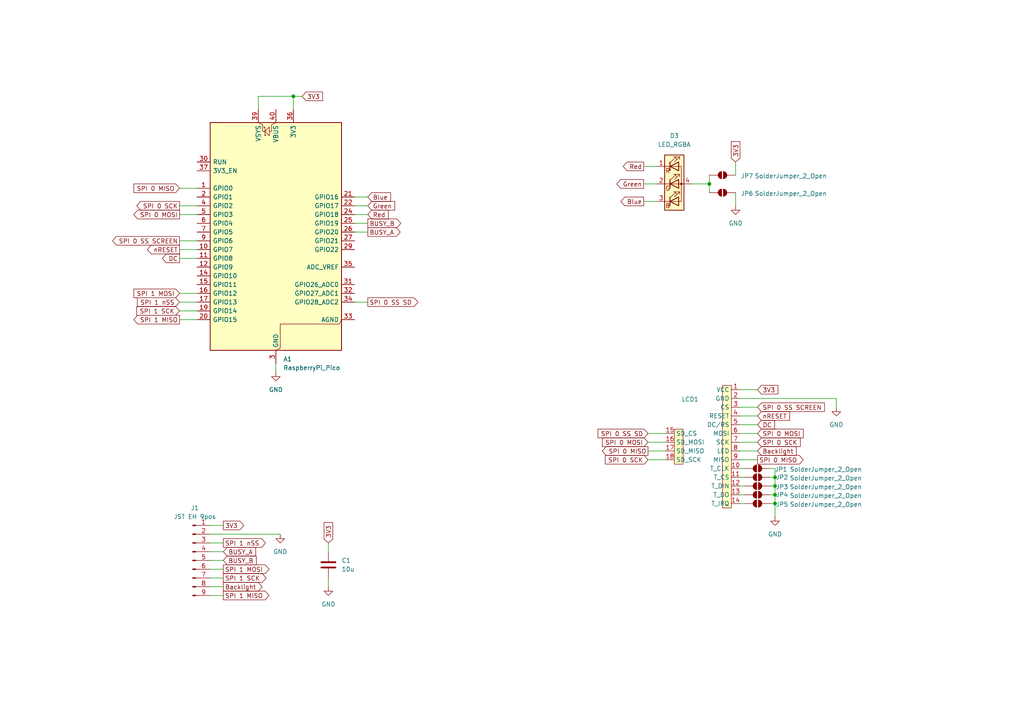
<source format=kicad_sch>
(kicad_sch (version 20250114) (generator "eeschema") (generator_version "9.0")
  (paper "A4")
  (lib_symbols
    (symbol "Connector:Conn_01x09_Pin" (pin_names (offset 1.016) (hide yes))
      (property "Reference" "J" (at 0 12.7 0))
      (property "Value" "Conn_01x09_Pin" (at 0 -12.7 0))
      (symbol "Conn_01x09_Pin_1_1"
        (rectangle (start 0.8636 10.287) (end 0 10.033) (stroke (width 0.1524)) (fill (type outline)))
        (rectangle (start 0.8636 7.747) (end 0 7.493) (stroke (width 0.1524)) (fill (type outline)))
        (rectangle (start 0.8636 5.207) (end 0 4.953) (stroke (width 0.1524)) (fill (type outline)))
        (rectangle (start 0.8636 2.667) (end 0 2.413) (stroke (width 0.1524)) (fill (type outline)))
        (rectangle (start 0.8636 0.127) (end 0 -0.127) (stroke (width 0.1524)) (fill (type outline)))
        (rectangle (start 0.8636 -2.413) (end 0 -2.667) (stroke (width 0.1524)) (fill (type outline)))
        (rectangle (start 0.8636 -4.953) (end 0 -5.207) (stroke (width 0.1524)) (fill (type outline)))
        (rectangle (start 0.8636 -7.493) (end 0 -7.747) (stroke (width 0.1524)) (fill (type outline)))
        (rectangle (start 0.8636 -10.033) (end 0 -10.287) (stroke (width 0.1524)) (fill (type outline)))
        (polyline (pts (xy 1.27 10.16) (xy 0.8636 10.16)) (stroke (width 0.1524)))
        (polyline (pts (xy 1.27 7.62) (xy 0.8636 7.62)) (stroke (width 0.1524)))
        (polyline (pts (xy 1.27 5.08) (xy 0.8636 5.08)) (stroke (width 0.1524)))
        (polyline (pts (xy 1.27 2.54) (xy 0.8636 2.54)) (stroke (width 0.1524)))
        (polyline (pts (xy 1.27 0) (xy 0.8636 0)) (stroke (width 0.1524)))
        (polyline (pts (xy 1.27 -2.54) (xy 0.8636 -2.54)) (stroke (width 0.1524)))
        (polyline (pts (xy 1.27 -5.08) (xy 0.8636 -5.08)) (stroke (width 0.1524)))
        (polyline (pts (xy 1.27 -7.62) (xy 0.8636 -7.62)) (stroke (width 0.1524)))
        (polyline (pts (xy 1.27 -10.16) (xy 0.8636 -10.16)) (stroke (width 0.1524)))
        (pin passive line (at 5.08 10.16 180) (length 3.81) (name "Pin_1") (number "1"))
        (pin passive line (at 5.08 7.62 180) (length 3.81) (name "Pin_2") (number "2"))
        (pin passive line (at 5.08 5.08 180) (length 3.81) (name "Pin_3") (number "3"))
        (pin passive line (at 5.08 2.54 180) (length 3.81) (name "Pin_4") (number "4"))
        (pin passive line (at 5.08 0 180) (length 3.81) (name "Pin_5") (number "5"))
        (pin passive line (at 5.08 -2.54 180) (length 3.81) (name "Pin_6") (number "6"))
        (pin passive line (at 5.08 -5.08 180) (length 3.81) (name "Pin_7") (number "7"))
        (pin passive line (at 5.08 -7.62 180) (length 3.81) (name "Pin_8") (number "8"))
        (pin passive line (at 5.08 -10.16 180) (length 3.81) (name "Pin_9") (number "9"))
      )
    )
    (symbol "Device:C" (pin_numbers (hide yes)) (pin_names (offset 0.254))
      (property "Reference" "C" (at 0.635 2.54 0))
      (property "Value" "C" (at 0.635 -2.54 0))
      (symbol "C_0_1"
        (polyline (pts (xy -2.032 0.762) (xy 2.032 0.762)) (stroke (width 0.508)))
        (polyline (pts (xy -2.032 -0.762) (xy 2.032 -0.762)) (stroke (width 0.508)))
      )
      (symbol "C_1_1"
        (pin passive line (at 0 3.81 270) (length 2.794) (name "~") (number "1"))
        (pin passive line (at 0 -3.81 90) (length 2.794) (name "~") (number "2"))
      )
    )
    (symbol "Device:LED_RGBA" (pin_names (offset 0) (hide yes))
      (property "Reference" "D" (at 0 9.398 0))
      (property "Value" "LED_RGBA" (at 0 -8.89 0))
      (symbol "LED_RGBA_0_0"
        (text "R" (at -1.905 3.81 0) (effects (font (size 1.27 1.27))))
        (text "G" (at -1.905 -1.27 0) (effects (font (size 1.27 1.27))))
        (text "B" (at -1.905 -6.35 0) (effects (font (size 1.27 1.27))))
      )
      (symbol "LED_RGBA_0_1"
        (polyline (pts (xy -1.27 6.35) (xy -1.27 3.81)) (stroke (width 0.254)))
        (polyline (pts (xy -1.27 6.35) (xy -1.27 3.81) (xy -1.27 3.81)))
        (polyline (pts (xy -1.27 5.08) (xy -2.54 5.08)))
        (polyline (pts (xy -1.27 5.08) (xy 1.27 5.08)))
        (polyline (pts (xy -1.27 1.27) (xy -1.27 -1.27)) (stroke (width 0.254)))
        (polyline (pts (xy -1.27 1.27) (xy -1.27 -1.27) (xy -1.27 -1.27)))
        (polyline (pts (xy -1.27 0) (xy -2.54 0)))
        (polyline (pts (xy -1.27 -3.81) (xy -1.27 -6.35)) (stroke (width 0.254)))
        (polyline (pts (xy -1.27 -5.08) (xy -2.54 -5.08)))
        (polyline (pts (xy -1.27 -5.08) (xy 1.27 -5.08)))
        (polyline (pts (xy -1.016 6.35) (xy 0.508 7.874) (xy -0.254 7.874) (xy 0.508 7.874) (xy 0.508 7.112)))
        (polyline (pts (xy -1.016 1.27) (xy 0.508 2.794) (xy -0.254 2.794) (xy 0.508 2.794) (xy 0.508 2.032)))
        (polyline (pts (xy -1.016 -3.81) (xy 0.508 -2.286) (xy -0.254 -2.286) (xy 0.508 -2.286) (xy 0.508 -3.048)))
        (polyline (pts (xy 0 6.35) (xy 1.524 7.874) (xy 0.762 7.874) (xy 1.524 7.874) (xy 1.524 7.112)))
        (polyline (pts (xy 0 1.27) (xy 1.524 2.794) (xy 0.762 2.794) (xy 1.524 2.794) (xy 1.524 2.032)))
        (polyline (pts (xy 0 -3.81) (xy 1.524 -2.286) (xy 0.762 -2.286) (xy 1.524 -2.286) (xy 1.524 -3.048)))
        (polyline (pts (xy 1.27 6.35) (xy 1.27 3.81) (xy -1.27 5.08) (xy 1.27 6.35)) (stroke (width 0.254)))
        (rectangle (start 1.27 6.35) (end 1.27 6.35))
        (rectangle (start 1.27 3.81) (end 1.27 6.35))
        (polyline (pts (xy 1.27 1.27) (xy 1.27 -1.27) (xy -1.27 0) (xy 1.27 1.27)) (stroke (width 0.254)))
        (rectangle (start 1.27 1.27) (end 1.27 1.27))
        (polyline (pts (xy 1.27 0) (xy -1.27 0)))
        (polyline (pts (xy 1.27 0) (xy 2.54 0)))
        (rectangle (start 1.27 -1.27) (end 1.27 1.27))
        (polyline (pts (xy 1.27 -3.81) (xy 1.27 -6.35) (xy -1.27 -5.08) (xy 1.27 -3.81)) (stroke (width 0.254)))
        (polyline (pts (xy 1.27 -5.08) (xy 2.032 -5.08) (xy 2.032 5.08) (xy 1.27 5.08)))
        (circle (center 2.032 0) (radius 0.254) (fill (type outline)))
        (rectangle (start 2.794 8.382) (end -2.794 -7.62) (stroke (width 0.254)) (fill (type background)))
      )
      (symbol "LED_RGBA_1_1"
        (pin passive line (at -5.08 5.08 0) (length 2.54) (name "RK") (number "1"))
        (pin passive line (at -5.08 0 0) (length 2.54) (name "GK") (number "2"))
        (pin passive line (at -5.08 -5.08 0) (length 2.54) (name "BK") (number "3"))
        (pin passive line (at 5.08 0 180) (length 2.54) (name "A") (number "4"))
      )
    )
    (symbol "Jumper:SolderJumper_2_Open" (pin_numbers (hide yes)) (pin_names (offset 0) (hide yes)) (in_bom no)
      (property "Reference" "JP" (at 0 2.032 0))
      (property "Value" "SolderJumper_2_Open" (at 0 -2.54 0))
      (symbol "SolderJumper_2_Open_0_1"
        (polyline (pts (xy -0.254 1.016) (xy -0.254 -1.016)))
        (arc (start -0.254 -1.016) (mid -1.2656 0) (end -0.254 1.016))
        (arc (start -0.254 -1.016) (mid -1.2656 0) (end -0.254 1.016) (fill (type outline)))
        (arc (start 0.254 1.016) (mid 1.2656 0) (end 0.254 -1.016))
        (arc (start 0.254 1.016) (mid 1.2656 0) (end 0.254 -1.016) (fill (type outline)))
        (polyline (pts (xy 0.254 1.016) (xy 0.254 -1.016)))
      )
      (symbol "SolderJumper_2_Open_1_1"
        (pin passive line (at -3.81 0 0) (length 2.54) (name "A") (number "1"))
        (pin passive line (at 3.81 0 180) (length 2.54) (name "B") (number "2"))
      )
    )
    (symbol "LCD:LCD"
      (property "Reference" "LCD" (at -2.032 7.112 0))
      (symbol "LCD_1_1"
        (rectangle (start -8.89 5.08) (end -6.35 -5.08) (fill (type background)))
        (rectangle (start 7.62 -17.78) (end 5.08 17.78) (fill (type background)))
        (pin input line (at -11.43 3.81 0) (length 2.54) (name "SD_CS") (number "15"))
        (pin input line (at -11.43 1.27 0) (length 2.54) (name "SD_MOSI") (number "16"))
        (pin output line (at -11.43 -1.27 0) (length 2.54) (name "SD_MISO") (number "17"))
        (pin input line (at -11.43 -3.81 0) (length 2.54) (name "SD_SCK") (number "18"))
        (pin power_in line (at 10.16 16.51 180) (length 2.54) (name "VCC") (number "1"))
        (pin power_in line (at 10.16 13.97 180) (length 2.54) (name "GND") (number "2"))
        (pin input line (at 10.16 11.43 180) (length 2.54) (name "CS") (number "3"))
        (pin input line (at 10.16 8.89 180) (length 2.54) (name "RESET") (number "4"))
        (pin input line (at 10.16 6.35 180) (length 2.54) (name "DC/RS") (number "5"))
        (pin input line (at 10.16 3.81 180) (length 2.54) (name "MOSI") (number "6"))
        (pin input line (at 10.16 1.27 180) (length 2.54) (name "SCK") (number "7"))
        (pin input line (at 10.16 -1.27 180) (length 2.54) (name "LED") (number "8"))
        (pin output line (at 10.16 -3.81 180) (length 2.54) (name "MISO") (number "9"))
        (pin input line (at 10.16 -6.35 180) (length 2.54) (name "T_CLK") (number "10"))
        (pin input line (at 10.16 -8.89 180) (length 2.54) (name "T_CS") (number "11"))
        (pin input line (at 10.16 -11.43 180) (length 2.54) (name "T_DIN") (number "12"))
        (pin output line (at 10.16 -13.97 180) (length 2.54) (name "T_DO") (number "13"))
        (pin output line (at 10.16 -16.51 180) (length 2.54) (name "T_IRQ") (number "14"))
      )
    )
    (symbol "MCU_Module:RaspberryPi_Pico" (pin_names (offset 0.762))
      (property "Reference" "A" (at -19.05 35.56 0))
      (property "Value" "RaspberryPi_Pico" (at 7.62 35.56 0))
      (symbol "RaspberryPi_Pico_0_1"
        (rectangle (start -19.05 34.29) (end 19.05 -31.75) (stroke (width 0.254)) (fill (type background)))
        (polyline (pts (xy -5.08 34.29) (xy -3.81 33.655) (xy -3.81 31.75) (xy -3.175 31.75)))
        (polyline (pts (xy -3.429 32.766) (xy -3.429 33.02) (xy -3.175 33.02) (xy -3.175 30.48) (xy -2.921 30.48) (xy -2.921 30.734)))
        (polyline (pts (xy -3.175 31.75) (xy -1.905 33.02) (xy -1.905 30.48) (xy -3.175 31.75)))
        (polyline (pts (xy 0 34.29) (xy -1.27 33.655) (xy -1.27 31.75) (xy -1.905 31.75)))
        (polyline (pts (xy 0 -31.75) (xy 1.27 -31.115) (xy 1.27 -24.13) (xy 18.415 -24.13) (xy 19.05 -22.86)))
      )
      (symbol "RaspberryPi_Pico_1_1"
        (pin passive line (at -22.86 22.86 0) (length 3.81) (name "RUN") (number "30"))
        (pin passive line (at -22.86 20.32 0) (length 3.81) (name "3V3_EN") (number "37"))
        (pin bidirectional line (at -22.86 15.24 0) (length 3.81) (name "GPIO0") (number "1"))
        (pin bidirectional line (at -22.86 12.7 0) (length 3.81) (name "GPIO1") (number "2"))
        (pin bidirectional line (at -22.86 10.16 0) (length 3.81) (name "GPIO2") (number "4"))
        (pin bidirectional line (at -22.86 7.62 0) (length 3.81) (name "GPIO3") (number "5"))
        (pin bidirectional line (at -22.86 5.08 0) (length 3.81) (name "GPIO4") (number "6"))
        (pin bidirectional line (at -22.86 2.54 0) (length 3.81) (name "GPIO5") (number "7"))
        (pin bidirectional line (at -22.86 0 0) (length 3.81) (name "GPIO6") (number "9"))
        (pin bidirectional line (at -22.86 -2.54 0) (length 3.81) (name "GPIO7") (number "10"))
        (pin bidirectional line (at -22.86 -5.08 0) (length 3.81) (name "GPIO8") (number "11"))
        (pin bidirectional line (at -22.86 -7.62 0) (length 3.81) (name "GPIO9") (number "12"))
        (pin bidirectional line (at -22.86 -10.16 0) (length 3.81) (name "GPIO10") (number "14"))
        (pin bidirectional line (at -22.86 -12.7 0) (length 3.81) (name "GPIO11") (number "15"))
        (pin bidirectional line (at -22.86 -15.24 0) (length 3.81) (name "GPIO12") (number "16"))
        (pin bidirectional line (at -22.86 -17.78 0) (length 3.81) (name "GPIO13") (number "17"))
        (pin bidirectional line (at -22.86 -20.32 0) (length 3.81) (name "GPIO14") (number "19"))
        (pin bidirectional line (at -22.86 -22.86 0) (length 3.81) (name "GPIO15") (number "20"))
        (pin power_in line (at -5.08 38.1 270) (length 3.81) (name "VSYS") (number "39"))
        (pin power_out line (at 0 38.1 270) (length 3.81) (name "VBUS") (number "40"))
        (pin passive line (at 0 -35.56 90) (length 3.81) (hide yes) (name "GND") (number "13"))
        (pin passive line (at 0 -35.56 90) (length 3.81) (hide yes) (name "GND") (number "18"))
        (pin passive line (at 0 -35.56 90) (length 3.81) (hide yes) (name "GND") (number "23"))
        (pin passive line (at 0 -35.56 90) (length 3.81) (hide yes) (name "GND") (number "28"))
        (pin power_out line (at 0 -35.56 90) (length 3.81) (name "GND") (number "3"))
        (pin passive line (at 0 -35.56 90) (length 3.81) (hide yes) (name "GND") (number "38"))
        (pin passive line (at 0 -35.56 90) (length 3.81) (hide yes) (name "GND") (number "8"))
        (pin power_out line (at 5.08 38.1 270) (length 3.81) (name "3V3") (number "36"))
        (pin bidirectional line (at 22.86 12.7 180) (length 3.81) (name "GPIO16") (number "21"))
        (pin bidirectional line (at 22.86 10.16 180) (length 3.81) (name "GPIO17") (number "22"))
        (pin bidirectional line (at 22.86 7.62 180) (length 3.81) (name "GPIO18") (number "24"))
        (pin bidirectional line (at 22.86 5.08 180) (length 3.81) (name "GPIO19") (number "25"))
        (pin bidirectional line (at 22.86 2.54 180) (length 3.81) (name "GPIO20") (number "26"))
        (pin bidirectional line (at 22.86 0 180) (length 3.81) (name "GPIO21") (number "27"))
        (pin bidirectional line (at 22.86 -2.54 180) (length 3.81) (name "GPIO22") (number "29"))
        (pin power_in line (at 22.86 -7.62 180) (length 3.81) (name "ADC_VREF") (number "35"))
        (pin bidirectional line (at 22.86 -12.7 180) (length 3.81) (name "GPIO26_ADC0") (number "31"))
        (pin bidirectional line (at 22.86 -15.24 180) (length 3.81) (name "GPIO27_ADC1") (number "32"))
        (pin bidirectional line (at 22.86 -17.78 180) (length 3.81) (name "GPIO28_ADC2") (number "34"))
        (pin power_out line (at 22.86 -22.86 180) (length 3.81) (name "AGND") (number "33"))
      )
    )
    (symbol "power:GND" (power) (pin_numbers (hide yes)) (pin_names (offset 0) (hide yes))
      (property "Value" "GND" (at 0 -3.81 0))
      (symbol "GND_0_1"
        (polyline (pts (xy 0 0) (xy 0 -1.27) (xy 1.27 -1.27) (xy 0 -2.54) (xy -1.27 -1.27) (xy 0 -1.27)))
      )
      (symbol "GND_1_1"
        (pin power_in line (at 0 0 270) (length 0) (name "~") (number "1"))
      )
    )
  )
  (junction (at 224.79 140.97))
  (junction (at 224.79 146.05))
  (junction (at 85.09 27.94))
  (junction (at 224.79 143.51))
  (junction (at 224.79 138.43))
  (junction (at 205.74 53.34))
  (wire (pts (xy 242.57 115.57) (xy 214.63 115.57)))
  (wire (pts (xy 215.9 135.89) (xy 214.63 135.89)))
  (wire (pts (xy 214.63 125.73) (xy 219.71 125.73)))
  (wire (pts (xy 224.79 138.43) (xy 224.79 135.89)))
  (wire (pts (xy 242.57 118.11) (xy 242.57 115.57)))
  (wire (pts (xy 223.52 138.43) (xy 224.79 138.43)))
  (wire (pts (xy 223.52 146.05) (xy 224.79 146.05)))
  (wire (pts (xy 102.87 57.15) (xy 106.68 57.15)))
  (wire (pts (xy 213.36 46.99) (xy 213.36 50.8)))
  (wire (pts (xy 186.69 53.34) (xy 190.5 53.34)))
  (wire (pts (xy 52.07 87.63) (xy 57.15 87.63)))
  (wire (pts (xy 74.93 27.94) (xy 74.93 31.75)))
  (wire (pts (xy 214.63 130.81) (xy 219.71 130.81)))
  (wire (pts (xy 223.52 140.97) (xy 224.79 140.97)))
  (wire (pts (xy 205.74 50.8) (xy 205.74 53.34)))
  (wire (pts (xy 186.69 48.26) (xy 190.5 48.26)))
  (wire (pts (xy 205.74 53.34) (xy 200.66 53.34)))
  (wire (pts (xy 214.63 140.97) (xy 215.9 140.97)))
  (wire (pts (xy 102.87 62.23) (xy 106.68 62.23)))
  (wire (pts (xy 102.87 87.63) (xy 106.68 87.63)))
  (wire (pts (xy 214.63 138.43) (xy 215.9 138.43)))
  (wire (pts (xy 214.63 128.27) (xy 219.71 128.27)))
  (wire (pts (xy 52.07 74.93) (xy 57.15 74.93)))
  (wire (pts (xy 214.63 143.51) (xy 215.9 143.51)))
  (wire (pts (xy 187.96 133.35) (xy 193.04 133.35)))
  (wire (pts (xy 214.63 120.65) (xy 219.71 120.65)))
  (wire (pts (xy 205.74 55.88) (xy 205.74 53.34)))
  (wire (pts (xy 80.01 105.41) (xy 80.01 107.95)))
  (wire (pts (xy 60.96 154.94) (xy 81.28 154.94)))
  (wire (pts (xy 60.96 170.18) (xy 64.77 170.18)))
  (wire (pts (xy 102.87 64.77) (xy 106.68 64.77)))
  (wire (pts (xy 224.79 149.86) (xy 224.79 146.05)))
  (wire (pts (xy 60.96 160.02) (xy 64.77 160.02)))
  (wire (pts (xy 52.07 62.23) (xy 57.15 62.23)))
  (wire (pts (xy 224.79 140.97) (xy 224.79 138.43)))
  (wire (pts (xy 187.96 128.27) (xy 193.04 128.27)))
  (wire (pts (xy 60.96 167.64) (xy 64.77 167.64)))
  (wire (pts (xy 52.07 90.17) (xy 57.15 90.17)))
  (wire (pts (xy 52.07 69.85) (xy 57.15 69.85)))
  (wire (pts (xy 95.25 157.48) (xy 95.25 160.02)))
  (wire (pts (xy 187.96 130.81) (xy 193.04 130.81)))
  (wire (pts (xy 224.79 143.51) (xy 224.79 140.97)))
  (wire (pts (xy 60.96 157.48) (xy 64.77 157.48)))
  (wire (pts (xy 85.09 27.94) (xy 85.09 31.75)))
  (wire (pts (xy 223.52 143.51) (xy 224.79 143.51)))
  (wire (pts (xy 224.79 146.05) (xy 224.79 143.51)))
  (wire (pts (xy 95.25 167.64) (xy 95.25 170.18)))
  (wire (pts (xy 60.96 152.4) (xy 64.77 152.4)))
  (wire (pts (xy 102.87 67.31) (xy 106.68 67.31)))
  (wire (pts (xy 52.07 85.09) (xy 57.15 85.09)))
  (wire (pts (xy 224.79 135.89) (xy 223.52 135.89)))
  (wire (pts (xy 60.96 162.56) (xy 64.77 162.56)))
  (wire (pts (xy 60.96 172.72) (xy 64.77 172.72)))
  (wire (pts (xy 214.63 113.03) (xy 219.71 113.03)))
  (wire (pts (xy 52.07 59.69) (xy 57.15 59.69)))
  (wire (pts (xy 60.96 165.1) (xy 64.77 165.1)))
  (wire (pts (xy 213.36 55.88) (xy 213.36 59.69)))
  (wire (pts (xy 187.96 125.73) (xy 193.04 125.73)))
  (wire (pts (xy 214.63 146.05) (xy 215.9 146.05)))
  (wire (pts (xy 52.07 72.39) (xy 57.15 72.39)))
  (wire (pts (xy 87.63 27.94) (xy 85.09 27.94)))
  (wire (pts (xy 85.09 27.94) (xy 74.93 27.94)))
  (wire (pts (xy 214.63 118.11) (xy 219.71 118.11)))
  (wire (pts (xy 102.87 59.69) (xy 106.68 59.69)))
  (wire (pts (xy 52.07 92.71) (xy 57.15 92.71)))
  (wire (pts (xy 52.07 54.61) (xy 57.15 54.61)))
  (wire (pts (xy 214.63 123.19) (xy 219.71 123.19)))
  (wire (pts (xy 186.69 58.42) (xy 190.5 58.42)))
  (wire (pts (xy 214.63 133.35) (xy 219.71 133.35)))
  (global_label "DC" (shape input) (at 219.71 123.19 0) (property "Intersheetrefs" "${INTERSHEET_REFS}" (effects (hide yes))))
  (global_label "BUSY_B" (shape input) (at 64.77 162.56 0) (property "Intersheetrefs" "${INTERSHEET_REFS}" (effects (hide yes))))
  (global_label "BUSY_A" (shape output) (at 106.68 67.31 0) (property "Intersheetrefs" "${INTERSHEET_REFS}" (effects (hide yes))))
  (global_label "Blue" (shape output) (at 186.69 58.42 180) (property "Intersheetrefs" "${INTERSHEET_REFS}" (effects (hide yes))))
  (global_label "SPI 1 nSS" (shape output) (at 64.77 157.48 0) (property "Intersheetrefs" "${INTERSHEET_REFS}" (effects (hide yes))))
  (global_label "SPI 1 SCK" (shape input) (at 52.07 90.17 180) (property "Intersheetrefs" "${INTERSHEET_REFS}" (effects (hide yes))))
  (global_label "SPI 1 SCK" (shape output) (at 64.77 167.64 0) (property "Intersheetrefs" "${INTERSHEET_REFS}" (effects (hide yes))))
  (global_label "3V3" (shape input) (at 87.63 27.94 0) (property "Intersheetrefs" "${INTERSHEET_REFS}" (effects (hide yes))))
  (global_label "SPI 1 MISO" (shape output) (at 64.77 172.72 0) (property "Intersheetrefs" "${INTERSHEET_REFS}" (effects (hide yes))))
  (global_label "nRESET" (shape input) (at 219.71 120.65 0) (property "Intersheetrefs" "${INTERSHEET_REFS}" (effects (hide yes))))
  (global_label "Blue" (shape input) (at 106.68 57.15 0) (property "Intersheetrefs" "${INTERSHEET_REFS}" (effects (hide yes))))
  (global_label "SPI 0 MISO" (shape output) (at 219.71 133.35 0) (property "Intersheetrefs" "${INTERSHEET_REFS}" (effects (hide yes))))
  (global_label "SPI 0 SS SD" (shape output) (at 106.68 87.63 0) (property "Intersheetrefs" "${INTERSHEET_REFS}" (effects (hide yes))))
  (global_label "SPI 0 SS SCREEN" (shape output) (at 52.07 69.85 180) (property "Intersheetrefs" "${INTERSHEET_REFS}" (effects (hide yes))))
  (global_label "Backlight" (shape output) (at 64.77 170.18 0) (property "Intersheetrefs" "${INTERSHEET_REFS}" (effects (hide yes))))
  (global_label "SPI 1 MISO" (shape output) (at 52.07 92.71 180) (property "Intersheetrefs" "${INTERSHEET_REFS}" (effects (hide yes))))
  (global_label "SPI 0 MISO" (shape output) (at 187.96 130.81 180) (property "Intersheetrefs" "${INTERSHEET_REFS}" (effects (hide yes))))
  (global_label "Red" (shape output) (at 186.69 48.26 180) (property "Intersheetrefs" "${INTERSHEET_REFS}" (effects (hide yes))))
  (global_label "SPI 1 nSS" (shape input) (at 52.07 87.63 180) (property "Intersheetrefs" "${INTERSHEET_REFS}" (effects (hide yes))))
  (global_label "SPI 0 MOSI" (shape input) (at 187.96 128.27 180) (property "Intersheetrefs" "${INTERSHEET_REFS}" (effects (hide yes))))
  (global_label "Green" (shape input) (at 106.68 59.69 0) (property "Intersheetrefs" "${INTERSHEET_REFS}" (effects (hide yes))))
  (global_label "BUSY_A" (shape input) (at 64.77 160.02 0) (property "Intersheetrefs" "${INTERSHEET_REFS}" (effects (hide yes))))
  (global_label "SPI 0 MISO" (shape input) (at 52.07 54.61 180) (property "Intersheetrefs" "${INTERSHEET_REFS}" (effects (hide yes))))
  (global_label "SPI 0 MOSI" (shape input) (at 219.71 125.73 0) (property "Intersheetrefs" "${INTERSHEET_REFS}" (effects (hide yes))))
  (global_label "Green" (shape output) (at 186.69 53.34 180) (property "Intersheetrefs" "${INTERSHEET_REFS}" (effects (hide yes))))
  (global_label "SPI 0 SS SD" (shape input) (at 187.96 125.73 180) (property "Intersheetrefs" "${INTERSHEET_REFS}" (effects (hide yes))))
  (global_label "Backlight" (shape input) (at 219.71 130.81 0) (property "Intersheetrefs" "${INTERSHEET_REFS}" (effects (hide yes))))
  (global_label "SPI 1 MOSI" (shape input) (at 52.07 85.09 180) (property "Intersheetrefs" "${INTERSHEET_REFS}" (effects (hide yes))))
  (global_label "3V3" (shape input) (at 219.71 113.03 0) (property "Intersheetrefs" "${INTERSHEET_REFS}" (effects (hide yes))))
  (global_label "3V3" (shape input) (at 95.25 157.48 90) (property "Intersheetrefs" "${INTERSHEET_REFS}" (effects (hide yes))))
  (global_label "SPI 0 SCK" (shape input) (at 219.71 128.27 0) (property "Intersheetrefs" "${INTERSHEET_REFS}" (effects (hide yes))))
  (global_label "DC" (shape output) (at 52.07 74.93 180) (property "Intersheetrefs" "${INTERSHEET_REFS}" (effects (hide yes))))
  (global_label "SPI 1 MOSI" (shape output) (at 64.77 165.1 0) (property "Intersheetrefs" "${INTERSHEET_REFS}" (effects (hide yes))))
  (global_label "nRESET" (shape output) (at 52.07 72.39 180) (property "Intersheetrefs" "${INTERSHEET_REFS}" (effects (hide yes))))
  (global_label "3V3" (shape output) (at 64.77 152.4 0) (property "Intersheetrefs" "${INTERSHEET_REFS}" (effects (hide yes))))
  (global_label "SPI 0 SCK" (shape output) (at 52.07 59.69 180) (property "Intersheetrefs" "${INTERSHEET_REFS}" (effects (hide yes))))
  (global_label "BUSY_B" (shape output) (at 106.68 64.77 0) (property "Intersheetrefs" "${INTERSHEET_REFS}" (effects (hide yes))))
  (global_label "SPI 0 SCK" (shape input) (at 187.96 133.35 180) (property "Intersheetrefs" "${INTERSHEET_REFS}" (effects (hide yes))))
  (global_label "SPI 0 MOSI" (shape output) (at 52.07 62.23 180) (property "Intersheetrefs" "${INTERSHEET_REFS}" (effects (hide yes))))
  (global_label "SPI 0 SS SCREEN" (shape input) (at 219.71 118.11 0) (property "Intersheetrefs" "${INTERSHEET_REFS}" (effects (hide yes))))
  (global_label "3V3" (shape input) (at 213.36 46.99 90) (property "Intersheetrefs" "${INTERSHEET_REFS}" (effects (hide yes))))
  (global_label "Red" (shape input) (at 106.68 62.23 0) (property "Intersheetrefs" "${INTERSHEET_REFS}" (effects (hide yes))))
  (symbol (lib_id "power:GND") (at 224.79 149.86 0) (unit 1)
    (property "Reference" "#PWR04" (effects (hide yes)))
    (property "Value" "GND" (at 224.79 154.94 0))
    (property "Description" "Power symbol creates a global label with name \"GND\" , ground" (effects (hide yes)))
  )
  (symbol (lib_id "Device:C") (at 95.25 163.83 0) (unit 1)
    (property "Reference" "C1" (at 99.06 162.5599 0) (effects (justify left)))
    (property "Value" "10u" (at 99.06 165.0999 0) (effects (justify left)))
    (property "Footprint" "Capacitor_THT:C_Disc_D3.0mm_W2.0mm_P2.50mm" (effects (hide yes)))
    (property "Description" "Unpolarized capacitor" (effects (hide yes)))
  )
  (symbol (lib_id "power:GND") (at 242.57 118.11 0) (unit 1)
    (property "Reference" "#PWR02" (effects (hide yes)))
    (property "Value" "GND" (at 242.57 123.19 0))
    (property "Description" "Power symbol creates a global label with name \"GND\" , ground" (effects (hide yes)))
  )
  (symbol (lib_id "Connector:Conn_01x09_Pin") (at 55.88 162.56 0) (unit 1)
    (property "Reference" "J1" (at 56.515 147.32 0))
    (property "Value" "JST EH 9pos" (at 56.515 149.86 0))
    (property "Footprint" "Connector_JST:JST_EH_B9B-EH-A_1x09_P2.50mm_Vertical" (effects (hide yes)))
    (property "Description" "Generic connector, single row, 01x09, script generated" (effects (hide yes)))
  )
  (symbol (lib_id "MCU_Module:RaspberryPi_Pico") (at 80.01 69.85 0) (unit 1)
    (property "Reference" "A1" (at 82.1533 104.14 0) (effects (justify left)))
    (property "Value" "RaspberryPi_Pico" (at 82.1533 106.68 0) (effects (justify left)))
    (property "Footprint" "Module:RaspberryPi_Pico_Common_Unspecified" (effects (hide yes)))
    (property "Datasheet" "https://datasheets.raspberrypi.com/pico/pico-datasheet.pdf" (effects (hide yes)))
    (property "Description" "Versatile and inexpensive microcontroller module powered by RP2040 dual-core Arm Cortex-M0+ processor up to 133 MHz, 264kB SRAM, 2MB QSPI flash; also supports Raspberry Pi Pico 2" (effects (hide yes)))
  )
  (symbol (lib_id "power:GND") (at 213.36 59.69 0) (unit 1)
    (property "Reference" "#PWR07" (effects (hide yes)))
    (property "Value" "GND" (at 213.36 64.77 0))
    (property "Description" "Power symbol creates a global label with name \"GND\" , ground" (effects (hide yes)))
  )
  (symbol (lib_id "LCD:LCD") (at 204.47 129.54 0) (unit 1)
    (property "Reference" "LCD1" (at 200.152 115.824 0))
    (property "Footprint" "LCD:LCD" (effects (hide yes)))
  )
  (symbol (lib_id "Jumper:SolderJumper_2_Open") (at 209.55 55.88 0) (unit 1) (in_bom no)
    (property "Reference" "JP6" (at 216.662 56.134 0))
    (property "Value" "SolderJumper_2_Open" (at 229.362 56.134 0))
    (property "Footprint" "Jumper:SolderJumper-2_P1.3mm_Open_TrianglePad1.0x1.5mm" (effects (hide yes)))
    (property "Description" "Solder Jumper, 2-pole, open" (effects (hide yes)))
  )
  (symbol (lib_id "Jumper:SolderJumper_2_Open") (at 219.71 138.43 0) (unit 1) (in_bom no)
    (property "Reference" "JP2" (at 226.822 138.43 0))
    (property "Value" "SolderJumper_2_Open" (at 239.522 138.684 0))
    (property "Footprint" "Jumper:SolderJumper-2_P1.3mm_Open_TrianglePad1.0x1.5mm" (effects (hide yes)))
    (property "Description" "Solder Jumper, 2-pole, open" (effects (hide yes)))
  )
  (symbol (lib_id "Jumper:SolderJumper_2_Open") (at 219.71 146.05 0) (unit 1) (in_bom no)
    (property "Reference" "JP5" (at 226.822 146.304 0))
    (property "Value" "SolderJumper_2_Open" (at 239.522 146.304 0))
    (property "Footprint" "Jumper:SolderJumper-2_P1.3mm_Open_TrianglePad1.0x1.5mm" (effects (hide yes)))
    (property "Description" "Solder Jumper, 2-pole, open" (effects (hide yes)))
  )
  (symbol (lib_id "Jumper:SolderJumper_2_Open") (at 209.55 50.8 0) (unit 1) (in_bom no)
    (property "Reference" "JP7" (at 216.662 51.054 0))
    (property "Value" "SolderJumper_2_Open" (at 229.362 51.054 0))
    (property "Footprint" "Jumper:SolderJumper-2_P1.3mm_Open_TrianglePad1.0x1.5mm" (effects (hide yes)))
    (property "Description" "Solder Jumper, 2-pole, open" (effects (hide yes)))
  )
  (symbol (lib_id "Jumper:SolderJumper_2_Open") (at 219.71 143.51 0) (unit 1) (in_bom no)
    (property "Reference" "JP4" (at 226.822 143.51 0))
    (property "Value" "SolderJumper_2_Open" (at 239.522 143.764 0))
    (property "Footprint" "Jumper:SolderJumper-2_P1.3mm_Open_TrianglePad1.0x1.5mm" (effects (hide yes)))
    (property "Description" "Solder Jumper, 2-pole, open" (effects (hide yes)))
  )
  (symbol (lib_id "Device:LED_RGBA") (at 195.58 53.34 0) (unit 1)
    (property "Reference" "D3" (at 195.58 39.37 0))
    (property "Value" "LED_RGBA" (at 195.58 41.91 0))
    (property "Footprint" "LED_THT:LED_D5.0mm-4_RGB_Staggered_Pins" (effects (hide yes)))
    (property "Description" "RGB LED, red/green/blue/anode" (effects (hide yes)))
  )
  (symbol (lib_id "power:GND") (at 80.01 107.95 0) (unit 1)
    (property "Reference" "#PWR08" (effects (hide yes)))
    (property "Value" "GND" (at 80.01 113.03 0))
    (property "Description" "Power symbol creates a global label with name \"GND\" , ground" (effects (hide yes)))
  )
  (symbol (lib_id "Jumper:SolderJumper_2_Open") (at 219.71 140.97 0) (unit 1) (in_bom no)
    (property "Reference" "JP3" (at 226.822 141.224 0))
    (property "Value" "SolderJumper_2_Open" (at 239.522 141.224 0))
    (property "Footprint" "Jumper:SolderJumper-2_P1.3mm_Open_TrianglePad1.0x1.5mm" (effects (hide yes)))
    (property "Description" "Solder Jumper, 2-pole, open" (effects (hide yes)))
  )
  (symbol (lib_id "power:GND") (at 95.25 170.18 0) (unit 1)
    (property "Reference" "#PWR09" (effects (hide yes)))
    (property "Value" "GND" (at 95.25 175.26 0))
    (property "Description" "Power symbol creates a global label with name \"GND\" , ground" (effects (hide yes)))
  )
  (symbol (lib_id "power:GND") (at 81.28 154.94 0) (unit 1)
    (property "Reference" "#PWR03" (effects (hide yes)))
    (property "Value" "GND" (at 81.28 160.02 0))
    (property "Description" "Power symbol creates a global label with name \"GND\" , ground" (effects (hide yes)))
  )
  (symbol (lib_id "Jumper:SolderJumper_2_Open") (at 219.71 135.89 0) (unit 1) (in_bom no)
    (property "Reference" "JP1" (at 226.568 136.144 0))
    (property "Value" "SolderJumper_2_Open" (at 239.522 136.144 0))
    (property "Footprint" "Jumper:SolderJumper-2_P1.3mm_Open_TrianglePad1.0x1.5mm" (effects (hide yes)))
    (property "Description" "Solder Jumper, 2-pole, open" (effects (hide yes)))
  )
)
</source>
